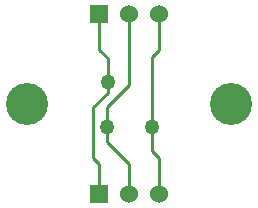
<source format=gtl>
G04 (created by PCBNEW (2013-june-11)-stable) date Tue 08 Apr 2014 06:28:42 PM PDT*
%MOIN*%
G04 Gerber Fmt 3.4, Leading zero omitted, Abs format*
%FSLAX34Y34*%
G01*
G70*
G90*
G04 APERTURE LIST*
%ADD10C,0.00590551*%
%ADD11C,0.05*%
%ADD12C,0.14*%
%ADD13R,0.06X0.06*%
%ADD14C,0.06*%
%ADD15C,0.01*%
G04 APERTURE END LIST*
G54D10*
G54D11*
X81580Y-57560D03*
X81560Y-59060D03*
X83060Y-59060D03*
G54D12*
X78900Y-58300D03*
G54D13*
X81300Y-55300D03*
G54D14*
X82300Y-55300D03*
X83300Y-55300D03*
G54D13*
X81300Y-61300D03*
G54D14*
X82300Y-61300D03*
X83300Y-61300D03*
G54D12*
X85700Y-58300D03*
G54D15*
X81580Y-57560D02*
X81580Y-57920D01*
X81300Y-60300D02*
X81300Y-61300D01*
X81100Y-60100D02*
X81300Y-60300D01*
X81100Y-58400D02*
X81100Y-60100D01*
X81580Y-57920D02*
X81100Y-58400D01*
X81580Y-57560D02*
X81580Y-56780D01*
X81300Y-56500D02*
X81300Y-55300D01*
X81580Y-56780D02*
X81300Y-56500D01*
X83060Y-59060D02*
X83060Y-56740D01*
X83300Y-56500D02*
X83300Y-55300D01*
X83060Y-56740D02*
X83300Y-56500D01*
X83060Y-59060D02*
X83060Y-59860D01*
X83300Y-60100D02*
X83300Y-61300D01*
X83060Y-59860D02*
X83300Y-60100D01*
X81560Y-59060D02*
X81560Y-58400D01*
X82300Y-57660D02*
X82300Y-55300D01*
X81560Y-58400D02*
X82300Y-57660D01*
X81560Y-59060D02*
X81560Y-59560D01*
X82300Y-60300D02*
X82300Y-61300D01*
X81560Y-59560D02*
X82300Y-60300D01*
M02*

</source>
